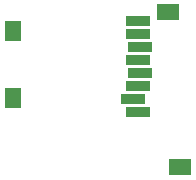
<source format=gbr>
%TF.GenerationSoftware,KiCad,Pcbnew,8.0.4*%
%TF.CreationDate,2025-01-31T21:40:56-05:00*%
%TF.ProjectId,Radiation,52616469-6174-4696-9f6e-2e6b69636164,rev?*%
%TF.SameCoordinates,Original*%
%TF.FileFunction,Paste,Bot*%
%TF.FilePolarity,Positive*%
%FSLAX46Y46*%
G04 Gerber Fmt 4.6, Leading zero omitted, Abs format (unit mm)*
G04 Created by KiCad (PCBNEW 8.0.4) date 2025-01-31 21:40:56*
%MOMM*%
%LPD*%
G01*
G04 APERTURE LIST*
%ADD10R,2.006600X0.812800*%
%ADD11R,1.397000X1.803400*%
%ADD12R,1.905000X1.397000*%
G04 APERTURE END LIST*
D10*
%TO.C,J4*%
X133428401Y-111400000D03*
X133028402Y-110299926D03*
X133428401Y-109200000D03*
X133628401Y-108099999D03*
X133428401Y-106999999D03*
X133628401Y-105899999D03*
X133428401Y-104799998D03*
X133428401Y-103699998D03*
D11*
X122878399Y-104509999D03*
X122878399Y-110210000D03*
D12*
X136028401Y-102909999D03*
X137028401Y-116060001D03*
%TD*%
M02*

</source>
